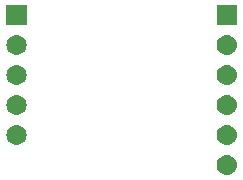
<source format=gbr>
G04 #@! TF.GenerationSoftware,KiCad,Pcbnew,(5.0.2)-1*
G04 #@! TF.CreationDate,2019-02-13T12:40:33+01:00*
G04 #@! TF.ProjectId,DICE-ADC-SMD,44494345-2d41-4444-932d-534d442e6b69,rev?*
G04 #@! TF.SameCoordinates,PX8e25b78PY3dbbafc*
G04 #@! TF.FileFunction,Soldermask,Bot*
G04 #@! TF.FilePolarity,Negative*
%FSLAX46Y46*%
G04 Gerber Fmt 4.6, Leading zero omitted, Abs format (unit mm)*
G04 Created by KiCad (PCBNEW (5.0.2)-1) date 13/02/2019 12:40:33*
%MOMM*%
%LPD*%
G01*
G04 APERTURE LIST*
%ADD10C,0.100000*%
G04 APERTURE END LIST*
D10*
G36*
X21294350Y4609601D02*
X21454575Y4560997D01*
X21602240Y4482069D01*
X21731669Y4375849D01*
X21837889Y4246420D01*
X21916817Y4098755D01*
X21965421Y3938530D01*
X21981832Y3771900D01*
X21965421Y3605270D01*
X21916817Y3445045D01*
X21837889Y3297380D01*
X21731669Y3167951D01*
X21602240Y3061731D01*
X21454575Y2982803D01*
X21294350Y2934199D01*
X21169472Y2921900D01*
X21085968Y2921900D01*
X20961090Y2934199D01*
X20800865Y2982803D01*
X20653200Y3061731D01*
X20523771Y3167951D01*
X20417551Y3297380D01*
X20338623Y3445045D01*
X20290019Y3605270D01*
X20273608Y3771900D01*
X20290019Y3938530D01*
X20338623Y4098755D01*
X20417551Y4246420D01*
X20523771Y4375849D01*
X20653200Y4482069D01*
X20800865Y4560997D01*
X20961090Y4609601D01*
X21085968Y4621900D01*
X21169472Y4621900D01*
X21294350Y4609601D01*
X21294350Y4609601D01*
G37*
G36*
X21294350Y7149601D02*
X21454575Y7100997D01*
X21602240Y7022069D01*
X21731669Y6915849D01*
X21837889Y6786420D01*
X21916817Y6638755D01*
X21965421Y6478530D01*
X21981832Y6311900D01*
X21965421Y6145270D01*
X21916817Y5985045D01*
X21837889Y5837380D01*
X21731669Y5707951D01*
X21602240Y5601731D01*
X21454575Y5522803D01*
X21294350Y5474199D01*
X21169472Y5461900D01*
X21085968Y5461900D01*
X20961090Y5474199D01*
X20800865Y5522803D01*
X20653200Y5601731D01*
X20523771Y5707951D01*
X20417551Y5837380D01*
X20338623Y5985045D01*
X20290019Y6145270D01*
X20273608Y6311900D01*
X20290019Y6478530D01*
X20338623Y6638755D01*
X20417551Y6786420D01*
X20523771Y6915849D01*
X20653200Y7022069D01*
X20800865Y7100997D01*
X20961090Y7149601D01*
X21085968Y7161900D01*
X21169472Y7161900D01*
X21294350Y7149601D01*
X21294350Y7149601D01*
G37*
G36*
X3494350Y7149601D02*
X3654575Y7100997D01*
X3802240Y7022069D01*
X3931669Y6915849D01*
X4037889Y6786420D01*
X4116817Y6638755D01*
X4165421Y6478530D01*
X4181832Y6311900D01*
X4165421Y6145270D01*
X4116817Y5985045D01*
X4037889Y5837380D01*
X3931669Y5707951D01*
X3802240Y5601731D01*
X3654575Y5522803D01*
X3494350Y5474199D01*
X3369472Y5461900D01*
X3285968Y5461900D01*
X3161090Y5474199D01*
X3000865Y5522803D01*
X2853200Y5601731D01*
X2723771Y5707951D01*
X2617551Y5837380D01*
X2538623Y5985045D01*
X2490019Y6145270D01*
X2473608Y6311900D01*
X2490019Y6478530D01*
X2538623Y6638755D01*
X2617551Y6786420D01*
X2723771Y6915849D01*
X2853200Y7022069D01*
X3000865Y7100997D01*
X3161090Y7149601D01*
X3285968Y7161900D01*
X3369472Y7161900D01*
X3494350Y7149601D01*
X3494350Y7149601D01*
G37*
G36*
X21294350Y9689601D02*
X21454575Y9640997D01*
X21602240Y9562069D01*
X21731669Y9455849D01*
X21837889Y9326420D01*
X21916817Y9178755D01*
X21965421Y9018530D01*
X21981832Y8851900D01*
X21965421Y8685270D01*
X21916817Y8525045D01*
X21837889Y8377380D01*
X21731669Y8247951D01*
X21602240Y8141731D01*
X21454575Y8062803D01*
X21294350Y8014199D01*
X21169472Y8001900D01*
X21085968Y8001900D01*
X20961090Y8014199D01*
X20800865Y8062803D01*
X20653200Y8141731D01*
X20523771Y8247951D01*
X20417551Y8377380D01*
X20338623Y8525045D01*
X20290019Y8685270D01*
X20273608Y8851900D01*
X20290019Y9018530D01*
X20338623Y9178755D01*
X20417551Y9326420D01*
X20523771Y9455849D01*
X20653200Y9562069D01*
X20800865Y9640997D01*
X20961090Y9689601D01*
X21085968Y9701900D01*
X21169472Y9701900D01*
X21294350Y9689601D01*
X21294350Y9689601D01*
G37*
G36*
X3494350Y9689601D02*
X3654575Y9640997D01*
X3802240Y9562069D01*
X3931669Y9455849D01*
X4037889Y9326420D01*
X4116817Y9178755D01*
X4165421Y9018530D01*
X4181832Y8851900D01*
X4165421Y8685270D01*
X4116817Y8525045D01*
X4037889Y8377380D01*
X3931669Y8247951D01*
X3802240Y8141731D01*
X3654575Y8062803D01*
X3494350Y8014199D01*
X3369472Y8001900D01*
X3285968Y8001900D01*
X3161090Y8014199D01*
X3000865Y8062803D01*
X2853200Y8141731D01*
X2723771Y8247951D01*
X2617551Y8377380D01*
X2538623Y8525045D01*
X2490019Y8685270D01*
X2473608Y8851900D01*
X2490019Y9018530D01*
X2538623Y9178755D01*
X2617551Y9326420D01*
X2723771Y9455849D01*
X2853200Y9562069D01*
X3000865Y9640997D01*
X3161090Y9689601D01*
X3285968Y9701900D01*
X3369472Y9701900D01*
X3494350Y9689601D01*
X3494350Y9689601D01*
G37*
G36*
X3494350Y12229601D02*
X3654575Y12180997D01*
X3802240Y12102069D01*
X3931669Y11995849D01*
X4037889Y11866420D01*
X4116817Y11718755D01*
X4165421Y11558530D01*
X4181832Y11391900D01*
X4165421Y11225270D01*
X4116817Y11065045D01*
X4037889Y10917380D01*
X3931669Y10787951D01*
X3802240Y10681731D01*
X3654575Y10602803D01*
X3494350Y10554199D01*
X3369472Y10541900D01*
X3285968Y10541900D01*
X3161090Y10554199D01*
X3000865Y10602803D01*
X2853200Y10681731D01*
X2723771Y10787951D01*
X2617551Y10917380D01*
X2538623Y11065045D01*
X2490019Y11225270D01*
X2473608Y11391900D01*
X2490019Y11558530D01*
X2538623Y11718755D01*
X2617551Y11866420D01*
X2723771Y11995849D01*
X2853200Y12102069D01*
X3000865Y12180997D01*
X3161090Y12229601D01*
X3285968Y12241900D01*
X3369472Y12241900D01*
X3494350Y12229601D01*
X3494350Y12229601D01*
G37*
G36*
X21294350Y12229601D02*
X21454575Y12180997D01*
X21602240Y12102069D01*
X21731669Y11995849D01*
X21837889Y11866420D01*
X21916817Y11718755D01*
X21965421Y11558530D01*
X21981832Y11391900D01*
X21965421Y11225270D01*
X21916817Y11065045D01*
X21837889Y10917380D01*
X21731669Y10787951D01*
X21602240Y10681731D01*
X21454575Y10602803D01*
X21294350Y10554199D01*
X21169472Y10541900D01*
X21085968Y10541900D01*
X20961090Y10554199D01*
X20800865Y10602803D01*
X20653200Y10681731D01*
X20523771Y10787951D01*
X20417551Y10917380D01*
X20338623Y11065045D01*
X20290019Y11225270D01*
X20273608Y11391900D01*
X20290019Y11558530D01*
X20338623Y11718755D01*
X20417551Y11866420D01*
X20523771Y11995849D01*
X20653200Y12102069D01*
X20800865Y12180997D01*
X20961090Y12229601D01*
X21085968Y12241900D01*
X21169472Y12241900D01*
X21294350Y12229601D01*
X21294350Y12229601D01*
G37*
G36*
X3494350Y14769601D02*
X3654575Y14720997D01*
X3802240Y14642069D01*
X3931669Y14535849D01*
X4037889Y14406420D01*
X4116817Y14258755D01*
X4165421Y14098530D01*
X4181832Y13931900D01*
X4165421Y13765270D01*
X4116817Y13605045D01*
X4037889Y13457380D01*
X3931669Y13327951D01*
X3802240Y13221731D01*
X3654575Y13142803D01*
X3494350Y13094199D01*
X3369472Y13081900D01*
X3285968Y13081900D01*
X3161090Y13094199D01*
X3000865Y13142803D01*
X2853200Y13221731D01*
X2723771Y13327951D01*
X2617551Y13457380D01*
X2538623Y13605045D01*
X2490019Y13765270D01*
X2473608Y13931900D01*
X2490019Y14098530D01*
X2538623Y14258755D01*
X2617551Y14406420D01*
X2723771Y14535849D01*
X2853200Y14642069D01*
X3000865Y14720997D01*
X3161090Y14769601D01*
X3285968Y14781900D01*
X3369472Y14781900D01*
X3494350Y14769601D01*
X3494350Y14769601D01*
G37*
G36*
X21294350Y14769601D02*
X21454575Y14720997D01*
X21602240Y14642069D01*
X21731669Y14535849D01*
X21837889Y14406420D01*
X21916817Y14258755D01*
X21965421Y14098530D01*
X21981832Y13931900D01*
X21965421Y13765270D01*
X21916817Y13605045D01*
X21837889Y13457380D01*
X21731669Y13327951D01*
X21602240Y13221731D01*
X21454575Y13142803D01*
X21294350Y13094199D01*
X21169472Y13081900D01*
X21085968Y13081900D01*
X20961090Y13094199D01*
X20800865Y13142803D01*
X20653200Y13221731D01*
X20523771Y13327951D01*
X20417551Y13457380D01*
X20338623Y13605045D01*
X20290019Y13765270D01*
X20273608Y13931900D01*
X20290019Y14098530D01*
X20338623Y14258755D01*
X20417551Y14406420D01*
X20523771Y14535849D01*
X20653200Y14642069D01*
X20800865Y14720997D01*
X20961090Y14769601D01*
X21085968Y14781900D01*
X21169472Y14781900D01*
X21294350Y14769601D01*
X21294350Y14769601D01*
G37*
G36*
X4177720Y15621900D02*
X2477720Y15621900D01*
X2477720Y17321900D01*
X4177720Y17321900D01*
X4177720Y15621900D01*
X4177720Y15621900D01*
G37*
G36*
X21977720Y15621900D02*
X20277720Y15621900D01*
X20277720Y17321900D01*
X21977720Y17321900D01*
X21977720Y15621900D01*
X21977720Y15621900D01*
G37*
M02*

</source>
